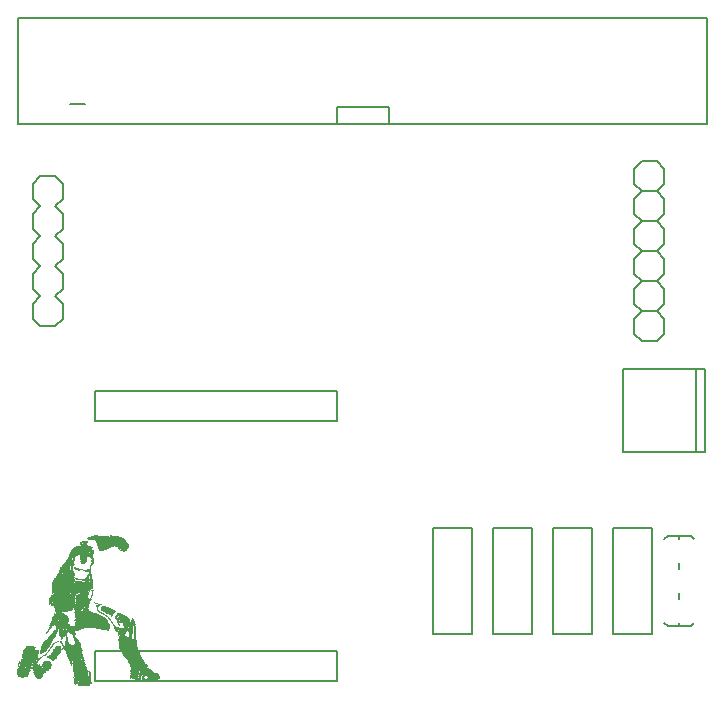
<source format=gto>
G75*
%MOIN*%
%OFA0B0*%
%FSLAX25Y25*%
%IPPOS*%
%LPD*%
%AMOC8*
5,1,8,0,0,1.08239X$1,22.5*
%
%ADD10R,0.01600X0.00100*%
%ADD11R,0.00800X0.00100*%
%ADD12R,0.02300X0.00100*%
%ADD13R,0.01100X0.00100*%
%ADD14R,0.02400X0.00100*%
%ADD15R,0.01300X0.00100*%
%ADD16R,0.02500X0.00100*%
%ADD17R,0.04000X0.00100*%
%ADD18R,0.00300X0.00100*%
%ADD19R,0.04200X0.00100*%
%ADD20R,0.05400X0.00100*%
%ADD21R,0.05500X0.00100*%
%ADD22R,0.05700X0.00100*%
%ADD23R,0.03500X0.00100*%
%ADD24R,0.01400X0.00100*%
%ADD25R,0.03100X0.00100*%
%ADD26R,0.00600X0.00100*%
%ADD27R,0.02800X0.00100*%
%ADD28R,0.01200X0.00100*%
%ADD29R,0.01000X0.00100*%
%ADD30R,0.02000X0.00100*%
%ADD31R,0.00700X0.00100*%
%ADD32R,0.01800X0.00100*%
%ADD33R,0.02700X0.00100*%
%ADD34R,0.03400X0.00100*%
%ADD35R,0.03000X0.00100*%
%ADD36R,0.00500X0.00100*%
%ADD37R,0.03200X0.00100*%
%ADD38R,0.00400X0.00100*%
%ADD39R,0.03700X0.00100*%
%ADD40R,0.00900X0.00100*%
%ADD41R,0.01500X0.00100*%
%ADD42R,0.00200X0.00100*%
%ADD43R,0.03900X0.00100*%
%ADD44R,0.00100X0.00100*%
%ADD45R,0.03800X0.00100*%
%ADD46R,0.01700X0.00100*%
%ADD47R,0.01900X0.00100*%
%ADD48R,0.04300X0.00100*%
%ADD49R,0.02100X0.00100*%
%ADD50R,0.04400X0.00100*%
%ADD51R,0.04100X0.00100*%
%ADD52R,0.02200X0.00100*%
%ADD53R,0.04500X0.00100*%
%ADD54R,0.02900X0.00100*%
%ADD55R,0.04600X0.00100*%
%ADD56R,0.02600X0.00100*%
%ADD57R,0.04700X0.00100*%
%ADD58R,0.03300X0.00100*%
%ADD59R,0.05200X0.00100*%
%ADD60R,0.03600X0.00100*%
%ADD61R,0.04800X0.00100*%
%ADD62R,0.05100X0.00100*%
%ADD63R,0.05000X0.00100*%
%ADD64R,0.04900X0.00100*%
%ADD65R,0.05300X0.00100*%
%ADD66R,0.05600X0.00100*%
%ADD67R,0.05800X0.00100*%
%ADD68R,0.06100X0.00100*%
%ADD69R,0.06000X0.00100*%
%ADD70R,0.05900X0.00100*%
%ADD71R,0.07200X0.00100*%
%ADD72R,0.08000X0.00100*%
%ADD73R,0.09100X0.00100*%
%ADD74R,0.10300X0.00100*%
%ADD75R,0.16600X0.00100*%
%ADD76R,0.11700X0.00100*%
%ADD77R,0.11600X0.00100*%
%ADD78R,0.11500X0.00100*%
%ADD79R,0.11400X0.00100*%
%ADD80R,0.11300X0.00100*%
%ADD81R,0.11200X0.00100*%
%ADD82R,0.11100X0.00100*%
%ADD83R,0.11000X0.00100*%
%ADD84R,0.10900X0.00100*%
%ADD85R,0.10800X0.00100*%
%ADD86R,0.10700X0.00100*%
%ADD87R,0.10600X0.00100*%
%ADD88R,0.10200X0.00100*%
%ADD89R,0.10100X0.00100*%
%ADD90R,0.10000X0.00100*%
%ADD91R,0.09800X0.00100*%
%ADD92R,0.09700X0.00100*%
%ADD93R,0.09500X0.00100*%
%ADD94R,0.09400X0.00100*%
%ADD95R,0.09200X0.00100*%
%ADD96R,0.09000X0.00100*%
%ADD97R,0.08800X0.00100*%
%ADD98R,0.08600X0.00100*%
%ADD99R,0.08400X0.00100*%
%ADD100R,0.08200X0.00100*%
%ADD101R,0.07700X0.00100*%
%ADD102R,0.07500X0.00100*%
%ADD103R,0.07300X0.00100*%
%ADD104R,0.06900X0.00100*%
%ADD105R,0.06800X0.00100*%
%ADD106R,0.06600X0.00100*%
%ADD107R,0.06300X0.00100*%
%ADD108R,0.06400X0.00100*%
%ADD109R,0.06700X0.00100*%
%ADD110R,0.07000X0.00100*%
%ADD111R,0.07100X0.00100*%
%ADD112R,0.07400X0.00100*%
%ADD113R,0.08700X0.00100*%
%ADD114R,0.09300X0.00100*%
%ADD115R,0.08500X0.00100*%
%ADD116R,0.08100X0.00100*%
%ADD117R,0.12600X0.00100*%
%ADD118R,0.12500X0.00100*%
%ADD119R,0.12400X0.00100*%
%ADD120R,0.06200X0.00100*%
%ADD121R,0.06500X0.00100*%
%ADD122R,0.09900X0.00100*%
%ADD123R,0.09600X0.00100*%
%ADD124R,0.07900X0.00100*%
%ADD125R,0.07800X0.00100*%
%ADD126R,0.08300X0.00100*%
%ADD127C,0.00800*%
D10*
X0008150Y0012700D03*
X0008150Y0012800D03*
X0008150Y0012900D03*
X0012950Y0014400D03*
X0012950Y0014500D03*
X0012950Y0014600D03*
X0020750Y0020100D03*
X0023850Y0020900D03*
X0022150Y0023700D03*
X0021750Y0025400D03*
X0019150Y0024200D03*
X0019050Y0024000D03*
X0018950Y0023900D03*
X0019450Y0029400D03*
X0025550Y0024600D03*
X0027150Y0025900D03*
X0027150Y0021500D03*
X0027150Y0021400D03*
X0025250Y0015700D03*
X0028050Y0008900D03*
X0026750Y0008500D03*
X0029850Y0007200D03*
X0030850Y0009200D03*
X0041950Y0023700D03*
X0040250Y0026400D03*
X0041050Y0029500D03*
X0043350Y0027300D03*
X0044750Y0026100D03*
X0044750Y0026000D03*
X0044750Y0025900D03*
X0044750Y0025500D03*
X0044750Y0025400D03*
X0045450Y0028000D03*
X0038250Y0031100D03*
X0036150Y0033400D03*
X0030050Y0032700D03*
X0030250Y0041800D03*
X0030250Y0041900D03*
X0030450Y0045500D03*
X0029150Y0048200D03*
X0029150Y0048300D03*
X0029150Y0048400D03*
X0024350Y0048900D03*
X0021350Y0044400D03*
X0029550Y0054700D03*
X0029650Y0054800D03*
X0042250Y0055800D03*
X0043350Y0053500D03*
X0042850Y0052400D03*
X0050350Y0012800D03*
X0048650Y0011500D03*
D11*
X0049250Y0010400D03*
X0049150Y0010300D03*
X0049050Y0010100D03*
X0049050Y0010000D03*
X0049050Y0009900D03*
X0049050Y0009800D03*
X0049050Y0009700D03*
X0048750Y0015200D03*
X0047450Y0017400D03*
X0046350Y0021800D03*
X0046150Y0022400D03*
X0045050Y0022400D03*
X0046150Y0025700D03*
X0046150Y0025800D03*
X0046150Y0025900D03*
X0046150Y0026000D03*
X0046150Y0026100D03*
X0046150Y0026200D03*
X0046150Y0026300D03*
X0046150Y0026400D03*
X0043750Y0027200D03*
X0041850Y0024100D03*
X0040150Y0030100D03*
X0038450Y0030800D03*
X0035950Y0033600D03*
X0031150Y0035700D03*
X0031150Y0035800D03*
X0030350Y0033500D03*
X0022950Y0025900D03*
X0020450Y0026100D03*
X0020350Y0026000D03*
X0018250Y0026900D03*
X0019450Y0030300D03*
X0018050Y0034800D03*
X0019150Y0038500D03*
X0025750Y0043400D03*
X0025350Y0045400D03*
X0025350Y0045500D03*
X0025350Y0045600D03*
X0025250Y0046800D03*
X0025250Y0046900D03*
X0025350Y0047000D03*
X0025350Y0047100D03*
X0026450Y0046400D03*
X0026250Y0050500D03*
X0030350Y0053800D03*
X0031350Y0053500D03*
X0031950Y0051500D03*
X0031750Y0050000D03*
X0032350Y0049400D03*
X0032350Y0049300D03*
X0032350Y0049200D03*
X0032150Y0048000D03*
X0031250Y0044500D03*
X0031250Y0044400D03*
X0031650Y0043400D03*
X0031650Y0043300D03*
X0031650Y0043200D03*
X0031750Y0043000D03*
X0031750Y0042900D03*
X0031750Y0042800D03*
X0031750Y0042700D03*
X0030550Y0043500D03*
X0042450Y0052000D03*
X0026950Y0025500D03*
X0026250Y0023200D03*
X0026350Y0023000D03*
X0023550Y0022400D03*
X0023550Y0022300D03*
X0021850Y0023400D03*
X0018950Y0015700D03*
X0014150Y0016000D03*
X0013950Y0018600D03*
X0013950Y0018700D03*
X0009550Y0018600D03*
X0008350Y0013800D03*
X0008350Y0013700D03*
X0008350Y0013600D03*
X0024950Y0015300D03*
X0024950Y0015400D03*
X0031250Y0010400D03*
X0031250Y0010300D03*
X0031250Y0010200D03*
X0031250Y0010100D03*
X0027950Y0007300D03*
X0026450Y0009000D03*
D12*
X0028200Y0009100D03*
X0030500Y0008900D03*
X0029900Y0007300D03*
X0027100Y0020800D03*
X0025200Y0024900D03*
X0025100Y0025200D03*
X0025100Y0025300D03*
X0025100Y0025400D03*
X0025100Y0025500D03*
X0019500Y0028700D03*
X0019500Y0028800D03*
X0021100Y0031300D03*
X0022000Y0036600D03*
X0019900Y0038800D03*
X0019400Y0036600D03*
X0025800Y0037300D03*
X0027100Y0041900D03*
X0023700Y0047800D03*
X0023800Y0047900D03*
X0029300Y0050300D03*
X0042700Y0052700D03*
X0041700Y0056000D03*
X0036300Y0033200D03*
X0029800Y0032000D03*
X0027200Y0032400D03*
X0017800Y0022400D03*
X0017700Y0022300D03*
X0016300Y0019900D03*
X0016200Y0019700D03*
X0016100Y0019600D03*
X0016100Y0019500D03*
X0020500Y0019400D03*
X0020500Y0019300D03*
X0016900Y0014900D03*
X0014300Y0010200D03*
X0010400Y0012300D03*
X0010300Y0012500D03*
X0042100Y0023200D03*
X0043200Y0027800D03*
X0043200Y0027900D03*
X0046400Y0018700D03*
X0046400Y0011300D03*
X0046400Y0011200D03*
D13*
X0048200Y0010800D03*
X0048300Y0011000D03*
X0046800Y0009400D03*
X0051200Y0011600D03*
X0044900Y0022600D03*
X0044900Y0024600D03*
X0044900Y0024700D03*
X0044900Y0024800D03*
X0043300Y0026500D03*
X0041700Y0028300D03*
X0040700Y0029100D03*
X0041000Y0031100D03*
X0040200Y0025900D03*
X0040200Y0025800D03*
X0033900Y0033800D03*
X0030200Y0033200D03*
X0021900Y0026200D03*
X0021800Y0026100D03*
X0020600Y0026300D03*
X0020600Y0026400D03*
X0020000Y0025400D03*
X0019900Y0025300D03*
X0018400Y0027200D03*
X0019400Y0029900D03*
X0019400Y0030000D03*
X0023200Y0025400D03*
X0025800Y0024400D03*
X0027000Y0025600D03*
X0026600Y0022600D03*
X0026600Y0022500D03*
X0023700Y0021600D03*
X0020800Y0020300D03*
X0015200Y0018300D03*
X0025100Y0015500D03*
X0031100Y0009600D03*
X0027900Y0007400D03*
X0026500Y0008800D03*
X0028700Y0042500D03*
X0028000Y0042600D03*
X0030400Y0042900D03*
X0030400Y0043000D03*
X0031200Y0044200D03*
X0025700Y0044100D03*
X0025700Y0044000D03*
X0025700Y0043900D03*
X0025600Y0044400D03*
X0025600Y0044500D03*
X0025500Y0047500D03*
X0026400Y0050600D03*
X0031800Y0051700D03*
X0035000Y0052300D03*
X0042900Y0052200D03*
D14*
X0042650Y0052800D03*
X0039250Y0056900D03*
X0028450Y0053700D03*
X0023650Y0047700D03*
X0021050Y0031800D03*
X0021150Y0031200D03*
X0025050Y0025700D03*
X0025050Y0025600D03*
X0022250Y0024000D03*
X0017650Y0022200D03*
X0017550Y0022100D03*
X0016550Y0020400D03*
X0016450Y0020200D03*
X0016350Y0020100D03*
X0016350Y0020000D03*
X0016250Y0019800D03*
X0020450Y0019200D03*
X0027050Y0020700D03*
X0027350Y0015500D03*
X0029950Y0007400D03*
X0042350Y0019500D03*
X0046250Y0018800D03*
X0045850Y0014200D03*
X0048650Y0014400D03*
X0050250Y0012600D03*
X0046450Y0011400D03*
X0041950Y0024500D03*
X0041950Y0024600D03*
X0043150Y0029300D03*
X0042150Y0030300D03*
X0038050Y0031400D03*
X0016850Y0013100D03*
X0016850Y0013000D03*
X0014350Y0010300D03*
X0010350Y0012400D03*
X0010750Y0013800D03*
X0010750Y0013900D03*
X0010750Y0014000D03*
X0010750Y0014100D03*
X0008350Y0011900D03*
D15*
X0013200Y0015100D03*
X0015300Y0018400D03*
X0011300Y0020300D03*
X0009800Y0018700D03*
X0020800Y0020200D03*
X0023700Y0021300D03*
X0023700Y0021400D03*
X0025700Y0024500D03*
X0027100Y0025700D03*
X0026800Y0022200D03*
X0027700Y0015800D03*
X0031000Y0009400D03*
X0027900Y0007500D03*
X0026600Y0008700D03*
X0019500Y0024700D03*
X0019600Y0024800D03*
X0020500Y0026900D03*
X0020500Y0027000D03*
X0018600Y0027400D03*
X0018500Y0027300D03*
X0019400Y0029700D03*
X0018200Y0035100D03*
X0018200Y0035200D03*
X0018200Y0035300D03*
X0018200Y0035400D03*
X0018200Y0035500D03*
X0019200Y0037300D03*
X0021400Y0044500D03*
X0024700Y0049800D03*
X0024800Y0050000D03*
X0024800Y0050100D03*
X0024900Y0050300D03*
X0024900Y0050400D03*
X0025000Y0050600D03*
X0025000Y0050700D03*
X0025100Y0050800D03*
X0025100Y0050900D03*
X0025200Y0051100D03*
X0025200Y0051200D03*
X0025300Y0051300D03*
X0025300Y0051400D03*
X0025400Y0051500D03*
X0025400Y0051600D03*
X0025500Y0051700D03*
X0028800Y0053800D03*
X0031400Y0050300D03*
X0031700Y0051800D03*
X0033400Y0057100D03*
X0041300Y0053400D03*
X0042400Y0055700D03*
X0031000Y0045800D03*
X0031200Y0044100D03*
X0031200Y0044000D03*
X0030400Y0042300D03*
X0030300Y0038300D03*
X0030100Y0033000D03*
X0036100Y0033500D03*
X0038300Y0031000D03*
X0040700Y0029200D03*
X0040200Y0026500D03*
X0043400Y0026900D03*
X0044800Y0025100D03*
X0044800Y0022700D03*
X0047300Y0017700D03*
X0048700Y0015000D03*
X0048400Y0011100D03*
D16*
X0046200Y0010900D03*
X0045800Y0014300D03*
X0046200Y0018900D03*
X0042500Y0019400D03*
X0042200Y0023100D03*
X0036400Y0026000D03*
X0041300Y0030700D03*
X0027300Y0032500D03*
X0025000Y0025900D03*
X0025000Y0025800D03*
X0022300Y0024100D03*
X0019500Y0028500D03*
X0019500Y0028600D03*
X0019400Y0036500D03*
X0023600Y0044400D03*
X0023500Y0047400D03*
X0023600Y0047600D03*
X0030800Y0052300D03*
X0035500Y0052700D03*
X0041400Y0056100D03*
X0020400Y0019100D03*
X0020400Y0019000D03*
X0018800Y0016400D03*
X0016900Y0014800D03*
X0014300Y0010400D03*
X0010700Y0014200D03*
X0008900Y0010200D03*
X0011400Y0020100D03*
X0016500Y0020300D03*
X0016600Y0020500D03*
X0016700Y0020700D03*
X0030400Y0008800D03*
X0030000Y0007500D03*
X0051300Y0011500D03*
D17*
X0051450Y0011200D03*
X0051350Y0009100D03*
X0046950Y0012800D03*
X0046050Y0015200D03*
X0029250Y0007600D03*
X0028450Y0009800D03*
X0027650Y0013900D03*
X0011150Y0015800D03*
X0010450Y0015300D03*
X0028350Y0034300D03*
X0028450Y0034400D03*
X0028550Y0035500D03*
X0028550Y0035600D03*
X0028550Y0035700D03*
X0028550Y0035800D03*
X0028550Y0035900D03*
X0024350Y0036300D03*
X0022850Y0044900D03*
X0029950Y0050800D03*
X0036050Y0053200D03*
D18*
X0032200Y0051000D03*
X0031900Y0047700D03*
X0031800Y0047500D03*
X0031800Y0047400D03*
X0031800Y0047300D03*
X0031700Y0046900D03*
X0031700Y0046800D03*
X0031600Y0046300D03*
X0031500Y0046100D03*
X0025900Y0048000D03*
X0025900Y0048100D03*
X0025900Y0048800D03*
X0025500Y0048700D03*
X0024000Y0049300D03*
X0019000Y0038000D03*
X0019000Y0037900D03*
X0021300Y0036400D03*
X0018700Y0035000D03*
X0018700Y0034900D03*
X0018700Y0034800D03*
X0018700Y0034700D03*
X0018700Y0034600D03*
X0018600Y0033900D03*
X0018600Y0033800D03*
X0019600Y0031000D03*
X0017900Y0026200D03*
X0017900Y0026100D03*
X0017800Y0026000D03*
X0017700Y0025900D03*
X0017700Y0025800D03*
X0017600Y0025700D03*
X0020000Y0021600D03*
X0020200Y0021700D03*
X0021900Y0021600D03*
X0021900Y0022700D03*
X0023500Y0023300D03*
X0023500Y0023400D03*
X0023500Y0023500D03*
X0025700Y0024200D03*
X0025800Y0024000D03*
X0026200Y0024100D03*
X0022800Y0026100D03*
X0030700Y0034100D03*
X0030800Y0034200D03*
X0030900Y0034300D03*
X0031600Y0036100D03*
X0031700Y0036200D03*
X0033700Y0034600D03*
X0034000Y0034500D03*
X0034300Y0034400D03*
X0034600Y0034300D03*
X0034800Y0034200D03*
X0034700Y0034000D03*
X0034500Y0033900D03*
X0034000Y0033500D03*
X0034000Y0033400D03*
X0034500Y0031900D03*
X0034600Y0031800D03*
X0034700Y0031700D03*
X0034900Y0031600D03*
X0035200Y0031400D03*
X0035400Y0031300D03*
X0035600Y0031200D03*
X0035800Y0031100D03*
X0036000Y0031000D03*
X0036200Y0030900D03*
X0036400Y0030800D03*
X0036900Y0030500D03*
X0037300Y0030200D03*
X0037400Y0030100D03*
X0037500Y0030000D03*
X0037600Y0029900D03*
X0039800Y0026800D03*
X0041100Y0024100D03*
X0042800Y0024000D03*
X0042900Y0023900D03*
X0043000Y0023800D03*
X0043300Y0023600D03*
X0043500Y0023400D03*
X0045900Y0022100D03*
X0045600Y0029500D03*
X0032200Y0038800D03*
X0032100Y0039000D03*
X0031700Y0039400D03*
X0041400Y0052500D03*
X0041300Y0052600D03*
X0041200Y0052700D03*
X0041100Y0052800D03*
X0040800Y0053000D03*
X0041700Y0052300D03*
X0016600Y0017500D03*
X0016100Y0017200D03*
X0015900Y0017100D03*
X0013800Y0015400D03*
X0013800Y0015300D03*
X0013700Y0015200D03*
X0008700Y0015900D03*
X0018800Y0015500D03*
X0025200Y0014400D03*
X0025200Y0014300D03*
X0025200Y0014200D03*
X0029100Y0015600D03*
X0029200Y0015400D03*
X0029300Y0015200D03*
X0026200Y0009600D03*
X0026500Y0007700D03*
X0045000Y0009800D03*
X0045000Y0009900D03*
X0044900Y0011400D03*
D19*
X0050150Y0011900D03*
X0052350Y0010400D03*
X0044550Y0017500D03*
X0044850Y0020100D03*
X0035850Y0026300D03*
X0037550Y0032100D03*
X0028650Y0034700D03*
X0028550Y0034600D03*
X0028650Y0035200D03*
X0028550Y0036800D03*
X0028550Y0036900D03*
X0022250Y0037200D03*
X0022250Y0037300D03*
X0036150Y0053300D03*
X0035750Y0054500D03*
X0011150Y0015900D03*
X0010550Y0015400D03*
X0027750Y0013600D03*
X0029250Y0007700D03*
D20*
X0028750Y0007800D03*
X0026150Y0017700D03*
X0026050Y0018000D03*
X0026050Y0018100D03*
X0025950Y0018300D03*
X0025650Y0020400D03*
X0025650Y0020500D03*
X0014950Y0012600D03*
X0011350Y0017500D03*
X0011450Y0017800D03*
X0022450Y0032400D03*
X0028850Y0031800D03*
X0021950Y0037900D03*
X0022450Y0043200D03*
X0028850Y0051300D03*
X0028650Y0053100D03*
X0045650Y0016800D03*
X0051650Y0010600D03*
D21*
X0045600Y0016900D03*
X0028800Y0007900D03*
X0026000Y0018200D03*
X0025900Y0018400D03*
X0025900Y0018500D03*
X0025900Y0018600D03*
X0025600Y0020200D03*
X0025600Y0020300D03*
X0015000Y0012700D03*
X0028900Y0051200D03*
D22*
X0028900Y0051100D03*
X0022400Y0042900D03*
X0029000Y0031700D03*
X0025700Y0019400D03*
X0025700Y0019300D03*
X0025700Y0019200D03*
X0025800Y0018900D03*
X0028800Y0008400D03*
X0028800Y0008300D03*
X0028800Y0008200D03*
X0028800Y0008100D03*
X0028800Y0008000D03*
X0044000Y0020500D03*
X0047600Y0013800D03*
X0047700Y0013600D03*
X0047700Y0013500D03*
X0041400Y0053800D03*
X0041400Y0053900D03*
X0041300Y0054000D03*
X0041300Y0054100D03*
X0041200Y0054300D03*
D23*
X0028500Y0053600D03*
X0022900Y0045900D03*
X0022900Y0045800D03*
X0022300Y0036900D03*
X0021800Y0030500D03*
X0022500Y0029000D03*
X0023100Y0027000D03*
X0029000Y0037300D03*
X0036700Y0032700D03*
X0042200Y0029800D03*
X0042800Y0028600D03*
X0042600Y0022400D03*
X0045300Y0019700D03*
X0043500Y0018400D03*
X0050000Y0012300D03*
X0052300Y0009500D03*
X0052200Y0009400D03*
X0029900Y0008500D03*
X0028400Y0009500D03*
X0027400Y0014600D03*
X0027400Y0014700D03*
X0014400Y0011500D03*
X0010300Y0014700D03*
X0010300Y0014800D03*
X0008900Y0011700D03*
X0011200Y0019200D03*
D24*
X0013150Y0015000D03*
X0013050Y0014900D03*
X0016850Y0015200D03*
X0009850Y0012700D03*
X0008150Y0013100D03*
X0008150Y0013200D03*
X0008150Y0013300D03*
X0008150Y0013400D03*
X0008150Y0013500D03*
X0019350Y0024500D03*
X0019450Y0024600D03*
X0021650Y0025900D03*
X0021650Y0026000D03*
X0020450Y0027100D03*
X0020450Y0027200D03*
X0018650Y0027500D03*
X0019450Y0029600D03*
X0021650Y0036500D03*
X0030050Y0032900D03*
X0030350Y0042100D03*
X0030350Y0042200D03*
X0026850Y0046100D03*
X0024450Y0049100D03*
X0024550Y0049200D03*
X0024650Y0049500D03*
X0024650Y0049600D03*
X0024650Y0049700D03*
X0024750Y0049900D03*
X0024850Y0050200D03*
X0024950Y0050500D03*
X0025150Y0051000D03*
X0026650Y0050700D03*
X0029150Y0049500D03*
X0029350Y0054300D03*
X0029450Y0054400D03*
X0029450Y0054500D03*
X0029750Y0054900D03*
X0029850Y0055000D03*
X0035150Y0052400D03*
X0042550Y0052100D03*
X0045450Y0028400D03*
X0045450Y0028300D03*
X0044950Y0026900D03*
X0044950Y0026800D03*
X0044850Y0026600D03*
X0044850Y0026500D03*
X0044750Y0025300D03*
X0044750Y0025200D03*
X0043150Y0026400D03*
X0041950Y0023800D03*
X0044750Y0022800D03*
X0047150Y0017800D03*
X0048550Y0011300D03*
X0048450Y0011200D03*
X0030950Y0009300D03*
X0026650Y0008600D03*
X0025150Y0015600D03*
X0023750Y0021100D03*
X0023750Y0021200D03*
X0026850Y0022000D03*
X0026850Y0022100D03*
X0026950Y0021900D03*
D25*
X0022800Y0027500D03*
X0022800Y0027600D03*
X0019500Y0027600D03*
X0019500Y0027700D03*
X0019500Y0027800D03*
X0024800Y0036400D03*
X0029300Y0037700D03*
X0023100Y0046500D03*
X0030400Y0052400D03*
X0040000Y0056700D03*
X0042400Y0022700D03*
X0043000Y0018900D03*
X0045700Y0019400D03*
X0045900Y0014700D03*
X0046500Y0012500D03*
X0048600Y0014100D03*
X0051300Y0011400D03*
X0030100Y0008600D03*
X0027200Y0015200D03*
X0018700Y0016700D03*
X0016800Y0014300D03*
X0016800Y0014200D03*
X0016800Y0014100D03*
X0016800Y0014000D03*
X0016800Y0013900D03*
X0016800Y0013800D03*
X0013700Y0013100D03*
X0008900Y0010400D03*
D26*
X0009350Y0013200D03*
X0009050Y0014200D03*
X0008350Y0014200D03*
X0008350Y0014100D03*
X0008350Y0014000D03*
X0008050Y0014800D03*
X0008050Y0014900D03*
X0008750Y0015700D03*
X0013050Y0015300D03*
X0014050Y0015800D03*
X0013950Y0018400D03*
X0012950Y0018900D03*
X0018850Y0015600D03*
X0014350Y0009500D03*
X0025050Y0014900D03*
X0025050Y0015000D03*
X0024950Y0015200D03*
X0027950Y0016000D03*
X0028750Y0016300D03*
X0028850Y0016200D03*
X0031250Y0011100D03*
X0027850Y0008700D03*
X0026350Y0009200D03*
X0026350Y0009300D03*
X0023550Y0022600D03*
X0023550Y0022700D03*
X0023550Y0022800D03*
X0023550Y0022900D03*
X0021850Y0023200D03*
X0022850Y0026000D03*
X0025950Y0023700D03*
X0026050Y0023600D03*
X0026050Y0023500D03*
X0018150Y0026600D03*
X0019550Y0030600D03*
X0019550Y0030700D03*
X0019050Y0038300D03*
X0021550Y0044700D03*
X0025250Y0046000D03*
X0025250Y0046100D03*
X0025250Y0046200D03*
X0025250Y0046300D03*
X0025250Y0046400D03*
X0025250Y0046500D03*
X0026350Y0046500D03*
X0024950Y0049300D03*
X0025950Y0049900D03*
X0025950Y0050000D03*
X0026050Y0050300D03*
X0026150Y0050400D03*
X0028250Y0054300D03*
X0028550Y0055000D03*
X0030750Y0053700D03*
X0031650Y0053300D03*
X0031750Y0053100D03*
X0032050Y0051300D03*
X0031950Y0049800D03*
X0032150Y0049600D03*
X0031350Y0046000D03*
X0031350Y0044700D03*
X0030650Y0043800D03*
X0031150Y0035600D03*
X0030450Y0033700D03*
X0033950Y0033600D03*
X0038450Y0030700D03*
X0040050Y0029900D03*
X0040050Y0025700D03*
X0041150Y0024300D03*
X0045150Y0022200D03*
X0046450Y0021900D03*
X0046150Y0026800D03*
X0046150Y0026900D03*
X0046150Y0027000D03*
X0050550Y0013000D03*
D27*
X0050150Y0012500D03*
X0048650Y0014200D03*
X0046250Y0011600D03*
X0046050Y0010600D03*
X0045950Y0019100D03*
X0045850Y0019200D03*
X0042250Y0022900D03*
X0041950Y0024900D03*
X0041950Y0025000D03*
X0042050Y0025300D03*
X0043050Y0029100D03*
X0042250Y0030100D03*
X0041350Y0030600D03*
X0036450Y0033000D03*
X0029650Y0041300D03*
X0027450Y0041700D03*
X0030250Y0045700D03*
X0023450Y0044700D03*
X0023250Y0046900D03*
X0023350Y0047000D03*
X0023350Y0047100D03*
X0019350Y0036400D03*
X0021350Y0031000D03*
X0022550Y0028000D03*
X0022350Y0025300D03*
X0020250Y0018600D03*
X0020150Y0018500D03*
X0020150Y0018400D03*
X0020050Y0018300D03*
X0019950Y0018100D03*
X0019650Y0017700D03*
X0016850Y0014600D03*
X0013450Y0013700D03*
X0013450Y0013600D03*
X0014350Y0010700D03*
X0010750Y0019000D03*
X0027250Y0015400D03*
X0030250Y0008700D03*
X0041150Y0056200D03*
X0039650Y0056800D03*
D28*
X0041450Y0053300D03*
X0041550Y0053200D03*
X0041650Y0053100D03*
X0042850Y0052300D03*
X0031550Y0050200D03*
X0030350Y0045400D03*
X0030350Y0042800D03*
X0030350Y0042700D03*
X0030450Y0042500D03*
X0030450Y0042400D03*
X0027350Y0045800D03*
X0026650Y0046200D03*
X0019350Y0038700D03*
X0019450Y0029800D03*
X0020550Y0026800D03*
X0020550Y0026700D03*
X0020550Y0026600D03*
X0020550Y0026500D03*
X0019850Y0025200D03*
X0019750Y0025100D03*
X0019750Y0025000D03*
X0019650Y0024900D03*
X0023650Y0021500D03*
X0026650Y0022400D03*
X0026750Y0022300D03*
X0018950Y0015900D03*
X0012650Y0018800D03*
X0014350Y0009600D03*
X0027950Y0008800D03*
X0031050Y0009500D03*
X0041650Y0020100D03*
X0041850Y0023900D03*
X0043350Y0026600D03*
X0043350Y0026700D03*
X0043350Y0026800D03*
X0043450Y0027000D03*
X0044850Y0025000D03*
X0044850Y0024900D03*
X0045450Y0028500D03*
X0045450Y0028600D03*
X0045450Y0028700D03*
X0047350Y0017600D03*
X0048250Y0010900D03*
X0049350Y0009200D03*
X0052550Y0009000D03*
X0030150Y0033100D03*
X0029750Y0055400D03*
D29*
X0009050Y0010000D03*
X0009650Y0012800D03*
X0018950Y0015800D03*
X0023650Y0021700D03*
X0023650Y0021800D03*
X0023650Y0021900D03*
X0021850Y0023600D03*
X0023150Y0025500D03*
X0023150Y0025600D03*
X0023050Y0025700D03*
X0020150Y0025600D03*
X0020050Y0025500D03*
X0018350Y0027100D03*
X0019450Y0030100D03*
X0026450Y0022800D03*
X0026550Y0022700D03*
X0030250Y0033300D03*
X0033850Y0033700D03*
X0038350Y0030900D03*
X0040350Y0030400D03*
X0040450Y0030500D03*
X0040050Y0026600D03*
X0041850Y0024000D03*
X0042650Y0024400D03*
X0044950Y0024400D03*
X0044950Y0024500D03*
X0044950Y0024300D03*
X0044950Y0024200D03*
X0044950Y0024100D03*
X0044950Y0024000D03*
X0044950Y0023900D03*
X0044950Y0023500D03*
X0044950Y0023400D03*
X0044950Y0023300D03*
X0044950Y0023200D03*
X0044950Y0023100D03*
X0044950Y0023000D03*
X0044950Y0022500D03*
X0046250Y0022600D03*
X0046250Y0021700D03*
X0047450Y0017500D03*
X0048750Y0015100D03*
X0050450Y0012900D03*
X0048150Y0010700D03*
X0048150Y0010600D03*
X0048050Y0010400D03*
X0048050Y0010300D03*
X0047950Y0009700D03*
X0047950Y0009600D03*
X0047950Y0009500D03*
X0047950Y0009400D03*
X0049150Y0009400D03*
X0049150Y0009500D03*
X0049250Y0009300D03*
X0031150Y0009700D03*
X0031150Y0009800D03*
X0026450Y0008900D03*
X0045450Y0028800D03*
X0045450Y0028900D03*
X0032050Y0039700D03*
X0032050Y0039800D03*
X0031950Y0040000D03*
X0031950Y0040100D03*
X0031950Y0040200D03*
X0031950Y0040300D03*
X0031950Y0040400D03*
X0031950Y0040500D03*
X0031950Y0040600D03*
X0031950Y0040700D03*
X0031950Y0040800D03*
X0031950Y0040900D03*
X0031950Y0041000D03*
X0031950Y0041100D03*
X0031950Y0041200D03*
X0031850Y0041600D03*
X0031850Y0041700D03*
X0031850Y0041800D03*
X0031850Y0041900D03*
X0031850Y0042000D03*
X0031850Y0042100D03*
X0030450Y0043100D03*
X0030450Y0043200D03*
X0031250Y0044300D03*
X0027250Y0042700D03*
X0025750Y0043800D03*
X0025650Y0044200D03*
X0025650Y0044300D03*
X0025550Y0044600D03*
X0025550Y0044700D03*
X0025550Y0044800D03*
X0025450Y0045000D03*
X0025450Y0045100D03*
X0026550Y0046300D03*
X0025450Y0047300D03*
X0025450Y0047400D03*
X0025550Y0047600D03*
X0025550Y0047700D03*
X0029050Y0049600D03*
X0029850Y0049900D03*
X0031650Y0050100D03*
X0032350Y0048800D03*
X0032350Y0048700D03*
X0032350Y0048600D03*
X0032350Y0048500D03*
X0029350Y0047800D03*
X0021450Y0044600D03*
D30*
X0023950Y0048200D03*
X0024050Y0048300D03*
X0030550Y0045600D03*
X0029950Y0038100D03*
X0025950Y0038000D03*
X0025850Y0037900D03*
X0025850Y0037800D03*
X0025750Y0037700D03*
X0025750Y0037600D03*
X0025750Y0037500D03*
X0025250Y0036700D03*
X0029850Y0032300D03*
X0022150Y0023800D03*
X0023950Y0020600D03*
X0020650Y0019700D03*
X0018150Y0022800D03*
X0018250Y0022900D03*
X0018250Y0023000D03*
X0018350Y0023100D03*
X0015750Y0018900D03*
X0015750Y0018800D03*
X0015650Y0018700D03*
X0011350Y0020200D03*
X0010850Y0013200D03*
X0010450Y0012100D03*
X0025350Y0015800D03*
X0027450Y0015600D03*
X0027150Y0021000D03*
X0019450Y0029000D03*
X0020950Y0031500D03*
X0020850Y0031700D03*
X0043250Y0029500D03*
X0043250Y0027500D03*
X0045350Y0027300D03*
X0042050Y0023400D03*
X0042150Y0019700D03*
X0046650Y0018400D03*
X0048650Y0014600D03*
X0046350Y0010000D03*
X0046350Y0009900D03*
X0046350Y0009800D03*
X0046350Y0009700D03*
X0046350Y0009600D03*
X0030650Y0009000D03*
X0028150Y0009000D03*
X0042750Y0052600D03*
X0029550Y0055200D03*
D31*
X0031100Y0053600D03*
X0031500Y0053400D03*
X0031800Y0053200D03*
X0032000Y0051400D03*
X0031800Y0049900D03*
X0032300Y0049500D03*
X0032100Y0047900D03*
X0031300Y0044600D03*
X0031500Y0043900D03*
X0031500Y0043800D03*
X0031600Y0043700D03*
X0031600Y0043600D03*
X0031600Y0043500D03*
X0030600Y0043600D03*
X0030600Y0043700D03*
X0026900Y0042800D03*
X0025700Y0043200D03*
X0025700Y0043300D03*
X0025300Y0045700D03*
X0025300Y0045800D03*
X0025300Y0045900D03*
X0025200Y0046600D03*
X0025200Y0046700D03*
X0019100Y0038400D03*
X0018000Y0034700D03*
X0018000Y0034600D03*
X0019500Y0030500D03*
X0019500Y0030400D03*
X0018200Y0026800D03*
X0018200Y0026700D03*
X0021900Y0023300D03*
X0023600Y0022500D03*
X0026100Y0023400D03*
X0026200Y0023300D03*
X0020800Y0020400D03*
X0015000Y0018100D03*
X0014000Y0018500D03*
X0013800Y0018900D03*
X0014100Y0015900D03*
X0013000Y0015200D03*
X0009500Y0012900D03*
X0008400Y0013900D03*
X0008100Y0014700D03*
X0025000Y0015100D03*
X0031300Y0011000D03*
X0031300Y0010900D03*
X0031300Y0010800D03*
X0031300Y0010700D03*
X0031300Y0010600D03*
X0031300Y0010500D03*
X0026400Y0009100D03*
X0041200Y0024400D03*
X0042700Y0024300D03*
X0045100Y0022300D03*
X0046100Y0022300D03*
X0046200Y0026500D03*
X0046200Y0026600D03*
X0046200Y0026700D03*
X0045500Y0029200D03*
X0045500Y0029300D03*
X0041600Y0028200D03*
X0040600Y0028900D03*
X0040100Y0030000D03*
X0041000Y0031200D03*
X0030400Y0033600D03*
X0034900Y0052200D03*
X0048800Y0015300D03*
X0049100Y0010200D03*
X0045000Y0010200D03*
D32*
X0046450Y0009500D03*
X0048650Y0014700D03*
X0046850Y0018200D03*
X0046750Y0018300D03*
X0042050Y0019800D03*
X0043250Y0027400D03*
X0043550Y0028300D03*
X0043650Y0028400D03*
X0045450Y0027700D03*
X0042050Y0030500D03*
X0041150Y0030900D03*
X0029950Y0032500D03*
X0025350Y0036900D03*
X0025350Y0037000D03*
X0019250Y0037000D03*
X0024150Y0048500D03*
X0024150Y0048600D03*
X0024250Y0048700D03*
X0026850Y0050800D03*
X0025950Y0052100D03*
X0029650Y0053900D03*
X0029650Y0055300D03*
X0035250Y0052500D03*
X0029150Y0049000D03*
X0029150Y0048900D03*
X0029150Y0048800D03*
X0029150Y0048700D03*
X0042750Y0052500D03*
X0043250Y0053300D03*
X0025450Y0024700D03*
X0027150Y0021200D03*
X0020650Y0019900D03*
X0018550Y0023400D03*
X0018650Y0023500D03*
X0018750Y0023600D03*
X0016850Y0015100D03*
X0012950Y0014200D03*
X0012950Y0014100D03*
X0010950Y0013000D03*
X0008150Y0012200D03*
X0030750Y0009100D03*
D33*
X0028300Y0009200D03*
X0018800Y0016500D03*
X0016900Y0014700D03*
X0016800Y0013300D03*
X0013400Y0013800D03*
X0013400Y0013900D03*
X0014300Y0010600D03*
X0020300Y0018700D03*
X0020300Y0018800D03*
X0017100Y0021500D03*
X0017200Y0021700D03*
X0017300Y0021900D03*
X0017400Y0022000D03*
X0017000Y0021300D03*
X0022400Y0024400D03*
X0022400Y0024500D03*
X0024900Y0026100D03*
X0022500Y0028100D03*
X0019500Y0028200D03*
X0019500Y0028300D03*
X0019500Y0028400D03*
X0027400Y0032700D03*
X0029900Y0031900D03*
X0038000Y0031500D03*
X0043100Y0029200D03*
X0042300Y0025900D03*
X0042300Y0025800D03*
X0042300Y0025700D03*
X0042200Y0025500D03*
X0042200Y0023000D03*
X0042700Y0019200D03*
X0046100Y0010700D03*
X0046000Y0010500D03*
X0046000Y0010400D03*
X0046000Y0010300D03*
X0023500Y0044600D03*
X0023400Y0047200D03*
X0026600Y0052400D03*
X0035600Y0052800D03*
X0042600Y0053000D03*
D34*
X0035850Y0053000D03*
X0022950Y0046000D03*
X0023150Y0044800D03*
X0029050Y0037400D03*
X0027650Y0033300D03*
X0027650Y0033200D03*
X0022550Y0028900D03*
X0022550Y0028800D03*
X0022950Y0027200D03*
X0023050Y0027100D03*
X0021750Y0030600D03*
X0011350Y0019500D03*
X0011250Y0019300D03*
X0010350Y0014600D03*
X0008950Y0010700D03*
X0014350Y0011300D03*
X0014350Y0011400D03*
X0027350Y0014800D03*
X0043350Y0018600D03*
X0043450Y0018500D03*
X0045450Y0019600D03*
X0045950Y0014900D03*
X0046650Y0012600D03*
X0051850Y0009200D03*
X0052050Y0009300D03*
X0042850Y0028700D03*
X0042250Y0029900D03*
X0037950Y0031700D03*
D35*
X0037950Y0031600D03*
X0036550Y0032900D03*
X0042250Y0030000D03*
X0042950Y0029000D03*
X0036250Y0026100D03*
X0027450Y0032900D03*
X0026450Y0038100D03*
X0022250Y0036700D03*
X0020250Y0038900D03*
X0019350Y0036300D03*
X0021550Y0030800D03*
X0022550Y0028400D03*
X0022650Y0027800D03*
X0022750Y0027700D03*
X0019250Y0017200D03*
X0019150Y0017100D03*
X0019050Y0017000D03*
X0018950Y0016900D03*
X0016850Y0014400D03*
X0016750Y0013700D03*
X0013650Y0013200D03*
X0013550Y0013400D03*
X0014350Y0011000D03*
X0014350Y0010900D03*
X0008650Y0011800D03*
X0011450Y0019900D03*
X0027150Y0015300D03*
X0028350Y0009300D03*
X0045750Y0019300D03*
X0046450Y0012400D03*
X0046450Y0012300D03*
X0046350Y0012100D03*
X0046350Y0012000D03*
X0023150Y0046600D03*
X0023150Y0046700D03*
X0035750Y0052900D03*
X0040250Y0056600D03*
X0040450Y0056500D03*
X0040650Y0056400D03*
D36*
X0038900Y0053700D03*
X0032100Y0051200D03*
X0032000Y0049700D03*
X0030100Y0049800D03*
X0026000Y0050100D03*
X0026000Y0050200D03*
X0025900Y0049800D03*
X0025900Y0049700D03*
X0025900Y0049600D03*
X0025900Y0049500D03*
X0025900Y0049400D03*
X0025900Y0049300D03*
X0025900Y0049200D03*
X0025900Y0049100D03*
X0025000Y0049400D03*
X0025400Y0048100D03*
X0025400Y0048000D03*
X0027700Y0045600D03*
X0028500Y0045800D03*
X0030700Y0043900D03*
X0029200Y0042300D03*
X0026100Y0042000D03*
X0026000Y0042200D03*
X0025900Y0042400D03*
X0025800Y0042600D03*
X0025700Y0042800D03*
X0025700Y0042900D03*
X0025700Y0043000D03*
X0025700Y0043100D03*
X0031100Y0038800D03*
X0031800Y0039500D03*
X0031100Y0035500D03*
X0030600Y0033900D03*
X0030500Y0033800D03*
X0040000Y0029800D03*
X0040600Y0028800D03*
X0039900Y0026700D03*
X0040100Y0025600D03*
X0040200Y0025500D03*
X0041900Y0024200D03*
X0042700Y0024200D03*
X0043800Y0027100D03*
X0045500Y0029400D03*
X0046000Y0022200D03*
X0046500Y0022000D03*
X0047500Y0017300D03*
X0048000Y0017000D03*
X0048800Y0015400D03*
X0045000Y0010100D03*
X0045000Y0010000D03*
X0031200Y0011200D03*
X0031200Y0011300D03*
X0031200Y0011400D03*
X0031200Y0011500D03*
X0031200Y0011600D03*
X0029000Y0015800D03*
X0028900Y0016000D03*
X0028900Y0016100D03*
X0025100Y0014800D03*
X0025100Y0014700D03*
X0026300Y0009400D03*
X0014900Y0018000D03*
X0014000Y0018200D03*
X0014000Y0018300D03*
X0014000Y0016300D03*
X0014000Y0016200D03*
X0014000Y0015700D03*
X0009100Y0014100D03*
X0009100Y0014000D03*
X0009100Y0013900D03*
X0009200Y0013800D03*
X0009200Y0013700D03*
X0009200Y0013600D03*
X0009200Y0013500D03*
X0009300Y0013400D03*
X0009300Y0013300D03*
X0009400Y0013100D03*
X0009400Y0013000D03*
X0008300Y0014300D03*
X0008300Y0014400D03*
X0008300Y0014500D03*
X0011300Y0020400D03*
X0018100Y0026500D03*
X0019600Y0030800D03*
X0019600Y0030900D03*
X0018600Y0034100D03*
X0018600Y0034200D03*
X0018000Y0034500D03*
X0019100Y0038200D03*
X0025900Y0023800D03*
X0023500Y0023200D03*
X0023500Y0023100D03*
X0023500Y0023000D03*
X0021900Y0023000D03*
X0021900Y0023100D03*
X0021900Y0022900D03*
X0020500Y0021800D03*
X0028200Y0054400D03*
X0028200Y0054500D03*
X0028200Y0054600D03*
X0028200Y0054700D03*
X0028300Y0054800D03*
X0028400Y0054900D03*
D37*
X0028550Y0051900D03*
X0033750Y0057000D03*
X0023050Y0046400D03*
X0023050Y0046300D03*
X0029450Y0041400D03*
X0029150Y0037600D03*
X0027550Y0033000D03*
X0022550Y0028600D03*
X0022550Y0028500D03*
X0022850Y0027400D03*
X0019350Y0036200D03*
X0011450Y0019800D03*
X0011050Y0019100D03*
X0010350Y0014300D03*
X0013750Y0013000D03*
X0014350Y0011200D03*
X0014350Y0011100D03*
X0008950Y0010500D03*
X0018750Y0016800D03*
X0027250Y0015100D03*
X0027250Y0015000D03*
X0028350Y0009400D03*
X0043150Y0018800D03*
X0043250Y0018700D03*
X0045550Y0019500D03*
X0042450Y0022600D03*
X0042950Y0028900D03*
X0050050Y0012400D03*
D38*
X0048850Y0015500D03*
X0048050Y0017100D03*
X0046550Y0022100D03*
X0045250Y0022100D03*
X0044050Y0023000D03*
X0043850Y0023100D03*
X0043750Y0023200D03*
X0043650Y0023300D03*
X0043350Y0023500D03*
X0043150Y0023700D03*
X0042750Y0024100D03*
X0041150Y0024200D03*
X0040350Y0025400D03*
X0037150Y0025700D03*
X0040550Y0028700D03*
X0039950Y0029700D03*
X0038550Y0030600D03*
X0035050Y0031500D03*
X0034950Y0034100D03*
X0033350Y0034700D03*
X0031550Y0036000D03*
X0031050Y0035400D03*
X0030650Y0034000D03*
X0032150Y0038900D03*
X0031350Y0044800D03*
X0031350Y0044900D03*
X0031850Y0047600D03*
X0031950Y0047800D03*
X0032150Y0051100D03*
X0025950Y0049000D03*
X0025950Y0048900D03*
X0025450Y0048600D03*
X0025450Y0048500D03*
X0025450Y0048400D03*
X0025450Y0048300D03*
X0025450Y0048200D03*
X0026650Y0042900D03*
X0025850Y0042500D03*
X0025750Y0042700D03*
X0025950Y0042300D03*
X0026050Y0042100D03*
X0019050Y0038100D03*
X0018650Y0034500D03*
X0018650Y0034400D03*
X0018650Y0034300D03*
X0018650Y0034000D03*
X0018050Y0026400D03*
X0017950Y0026300D03*
X0021850Y0022800D03*
X0021450Y0021800D03*
X0025850Y0023900D03*
X0025750Y0024100D03*
X0026150Y0024200D03*
X0028950Y0015900D03*
X0029050Y0015700D03*
X0029150Y0015500D03*
X0025150Y0014600D03*
X0025150Y0014500D03*
X0026250Y0009500D03*
X0031150Y0011700D03*
X0013950Y0015600D03*
X0013850Y0015500D03*
X0013150Y0015400D03*
X0013950Y0016400D03*
X0008750Y0015800D03*
X0008050Y0015000D03*
X0008250Y0014600D03*
X0040950Y0052900D03*
X0041550Y0052400D03*
X0041850Y0052200D03*
D39*
X0028600Y0051800D03*
X0022900Y0045600D03*
X0026900Y0038300D03*
X0022300Y0037000D03*
X0027900Y0033600D03*
X0022000Y0030200D03*
X0022000Y0030100D03*
X0022100Y0029900D03*
X0022100Y0029800D03*
X0022200Y0029700D03*
X0022200Y0029600D03*
X0022300Y0029500D03*
X0022300Y0029400D03*
X0023200Y0026900D03*
X0026000Y0016300D03*
X0027500Y0014400D03*
X0027500Y0014300D03*
X0028400Y0009600D03*
X0014400Y0011600D03*
X0011200Y0015700D03*
X0009000Y0011000D03*
X0009000Y0010900D03*
X0036000Y0026200D03*
X0046000Y0015000D03*
X0046800Y0012700D03*
X0052400Y0009600D03*
D40*
X0049300Y0010500D03*
X0049100Y0009600D03*
X0048000Y0009800D03*
X0048000Y0009900D03*
X0048000Y0010000D03*
X0048000Y0010100D03*
X0048000Y0010200D03*
X0048100Y0010500D03*
X0041400Y0020200D03*
X0046200Y0022500D03*
X0046200Y0022700D03*
X0046200Y0022800D03*
X0046200Y0022900D03*
X0046200Y0023000D03*
X0046200Y0023100D03*
X0046200Y0023200D03*
X0046200Y0023300D03*
X0046200Y0023400D03*
X0046200Y0023500D03*
X0046200Y0023600D03*
X0046200Y0023700D03*
X0046200Y0023800D03*
X0046200Y0023900D03*
X0046200Y0024000D03*
X0046200Y0024100D03*
X0046200Y0024200D03*
X0046200Y0024300D03*
X0046200Y0024400D03*
X0046200Y0024500D03*
X0046200Y0024600D03*
X0046200Y0024700D03*
X0046200Y0024800D03*
X0046200Y0024900D03*
X0046200Y0025000D03*
X0046200Y0025100D03*
X0046200Y0025200D03*
X0046200Y0025300D03*
X0046200Y0025400D03*
X0046200Y0025500D03*
X0046200Y0025600D03*
X0045000Y0023800D03*
X0045000Y0023700D03*
X0045000Y0023600D03*
X0045500Y0029000D03*
X0045500Y0029100D03*
X0040600Y0029000D03*
X0040200Y0030200D03*
X0040300Y0030300D03*
X0036800Y0025800D03*
X0030300Y0033400D03*
X0031200Y0035900D03*
X0030400Y0038400D03*
X0032000Y0039600D03*
X0032000Y0039900D03*
X0031900Y0041300D03*
X0031900Y0041400D03*
X0031900Y0041500D03*
X0031800Y0042200D03*
X0031800Y0042300D03*
X0031800Y0042400D03*
X0031800Y0042500D03*
X0031800Y0042600D03*
X0031700Y0043100D03*
X0030500Y0043300D03*
X0030500Y0043400D03*
X0029100Y0042400D03*
X0025700Y0043500D03*
X0025700Y0043600D03*
X0025700Y0043700D03*
X0025500Y0044900D03*
X0025400Y0045200D03*
X0025400Y0045300D03*
X0025400Y0047200D03*
X0025600Y0047800D03*
X0025600Y0047900D03*
X0027500Y0045700D03*
X0031200Y0045900D03*
X0032200Y0048100D03*
X0032300Y0048200D03*
X0032300Y0048300D03*
X0032300Y0048400D03*
X0032400Y0048900D03*
X0032400Y0049000D03*
X0032400Y0049100D03*
X0031900Y0051600D03*
X0038400Y0057100D03*
X0019200Y0038600D03*
X0019200Y0037400D03*
X0018000Y0035000D03*
X0018000Y0034900D03*
X0019400Y0030200D03*
X0018300Y0027000D03*
X0020300Y0025900D03*
X0020300Y0025800D03*
X0020200Y0025700D03*
X0020500Y0026200D03*
X0023000Y0025800D03*
X0021900Y0023500D03*
X0023600Y0022200D03*
X0023600Y0022100D03*
X0023600Y0022000D03*
X0026300Y0023100D03*
X0026400Y0022900D03*
X0025900Y0024300D03*
X0027800Y0015900D03*
X0031200Y0010000D03*
X0031200Y0009900D03*
X0016900Y0015300D03*
X0014200Y0016100D03*
X0015100Y0018200D03*
X0013900Y0018800D03*
X0010900Y0011900D03*
D41*
X0010600Y0012000D03*
X0011100Y0012900D03*
X0013000Y0014700D03*
X0013000Y0014800D03*
X0015400Y0018500D03*
X0018900Y0016000D03*
X0023800Y0021000D03*
X0027000Y0021700D03*
X0027000Y0021800D03*
X0027100Y0021600D03*
X0027100Y0025800D03*
X0030000Y0032800D03*
X0030300Y0042000D03*
X0030300Y0042600D03*
X0027100Y0046000D03*
X0029100Y0047900D03*
X0029100Y0048000D03*
X0029100Y0048100D03*
X0024400Y0049000D03*
X0025600Y0051800D03*
X0025700Y0051900D03*
X0029500Y0054600D03*
X0031600Y0051900D03*
X0041200Y0053500D03*
X0043400Y0053400D03*
X0041100Y0031000D03*
X0040900Y0029400D03*
X0040800Y0029300D03*
X0041800Y0028400D03*
X0043300Y0029700D03*
X0045400Y0028200D03*
X0045400Y0028100D03*
X0045000Y0027000D03*
X0044900Y0026700D03*
X0044800Y0026400D03*
X0044800Y0026300D03*
X0044800Y0026200D03*
X0044700Y0022900D03*
X0041800Y0020000D03*
X0047000Y0018000D03*
X0047100Y0017900D03*
X0048700Y0014900D03*
X0048600Y0011400D03*
X0021700Y0025500D03*
X0021700Y0025600D03*
X0021700Y0025700D03*
X0021700Y0025800D03*
X0020400Y0027300D03*
X0020400Y0027400D03*
X0020300Y0027500D03*
X0019500Y0029500D03*
X0019300Y0024400D03*
X0019200Y0024300D03*
X0019100Y0024100D03*
X0019200Y0037200D03*
X0008100Y0013000D03*
X0014300Y0009700D03*
D42*
X0011050Y0011800D03*
X0007650Y0013600D03*
X0007650Y0014000D03*
X0007650Y0014100D03*
X0007750Y0014500D03*
X0007750Y0014600D03*
X0008050Y0015100D03*
X0013250Y0015500D03*
X0013950Y0016500D03*
X0014650Y0016200D03*
X0014750Y0016300D03*
X0014850Y0016400D03*
X0015050Y0016500D03*
X0015150Y0016600D03*
X0015250Y0016700D03*
X0015450Y0016800D03*
X0015550Y0016900D03*
X0015750Y0017000D03*
X0016250Y0017300D03*
X0016450Y0017400D03*
X0016750Y0017600D03*
X0016850Y0017700D03*
X0016950Y0017800D03*
X0017050Y0017900D03*
X0017350Y0018300D03*
X0017550Y0018600D03*
X0017750Y0018900D03*
X0017950Y0019200D03*
X0018050Y0019300D03*
X0018150Y0019500D03*
X0018350Y0019800D03*
X0018450Y0019900D03*
X0018550Y0020100D03*
X0018650Y0020200D03*
X0018850Y0020500D03*
X0018950Y0020600D03*
X0019050Y0020700D03*
X0019250Y0021000D03*
X0019350Y0021100D03*
X0019450Y0021200D03*
X0019550Y0021300D03*
X0019750Y0021400D03*
X0019850Y0021500D03*
X0021750Y0021700D03*
X0022050Y0021500D03*
X0022150Y0021300D03*
X0022250Y0021200D03*
X0022350Y0021000D03*
X0022350Y0020900D03*
X0022350Y0020800D03*
X0022350Y0020700D03*
X0022450Y0020600D03*
X0022450Y0020500D03*
X0022450Y0020400D03*
X0022450Y0020300D03*
X0022450Y0020200D03*
X0021850Y0022600D03*
X0023450Y0023600D03*
X0026250Y0024000D03*
X0017550Y0025500D03*
X0017550Y0025600D03*
X0017450Y0025400D03*
X0017350Y0025200D03*
X0017250Y0025100D03*
X0017250Y0025000D03*
X0019650Y0031100D03*
X0019650Y0031200D03*
X0018050Y0034400D03*
X0018950Y0037800D03*
X0026550Y0043000D03*
X0026950Y0042600D03*
X0029250Y0042200D03*
X0029550Y0042500D03*
X0031350Y0045000D03*
X0031350Y0045100D03*
X0031450Y0045300D03*
X0031450Y0045500D03*
X0031550Y0046200D03*
X0031650Y0046400D03*
X0031650Y0046500D03*
X0031650Y0046600D03*
X0031650Y0046700D03*
X0031750Y0047000D03*
X0031750Y0047100D03*
X0031750Y0047200D03*
X0030150Y0049700D03*
X0032250Y0050700D03*
X0032250Y0050800D03*
X0032250Y0050900D03*
X0032550Y0052200D03*
X0038850Y0053600D03*
X0025950Y0048700D03*
X0025950Y0048600D03*
X0025950Y0048500D03*
X0025950Y0048400D03*
X0025950Y0048300D03*
X0025950Y0048200D03*
X0025450Y0048800D03*
X0025450Y0048900D03*
X0025450Y0049000D03*
X0026250Y0046600D03*
X0030550Y0038500D03*
X0031150Y0038700D03*
X0032250Y0038700D03*
X0032250Y0038600D03*
X0032250Y0038500D03*
X0032250Y0038400D03*
X0032250Y0038300D03*
X0032250Y0038200D03*
X0032250Y0038100D03*
X0032250Y0038000D03*
X0032250Y0037900D03*
X0032150Y0037500D03*
X0032150Y0037400D03*
X0032050Y0037100D03*
X0032050Y0037000D03*
X0031950Y0036800D03*
X0031950Y0036700D03*
X0031850Y0036600D03*
X0031850Y0036500D03*
X0031750Y0036400D03*
X0031750Y0036300D03*
X0030850Y0036100D03*
X0030850Y0036000D03*
X0031250Y0034900D03*
X0031150Y0034700D03*
X0031050Y0034500D03*
X0030950Y0034400D03*
X0033050Y0034800D03*
X0033950Y0033300D03*
X0033850Y0033000D03*
X0033850Y0032900D03*
X0033850Y0032800D03*
X0033950Y0032700D03*
X0033950Y0032600D03*
X0033950Y0032500D03*
X0034050Y0032400D03*
X0034050Y0032300D03*
X0034150Y0032200D03*
X0034250Y0032100D03*
X0034350Y0032000D03*
X0036550Y0030700D03*
X0036750Y0030600D03*
X0037050Y0030400D03*
X0037150Y0030300D03*
X0037650Y0029800D03*
X0037750Y0029700D03*
X0037850Y0029600D03*
X0037950Y0029500D03*
X0038050Y0029400D03*
X0038050Y0029300D03*
X0038150Y0029200D03*
X0038250Y0029100D03*
X0038350Y0028900D03*
X0038550Y0028600D03*
X0038750Y0028300D03*
X0038950Y0028000D03*
X0039050Y0027900D03*
X0039150Y0027700D03*
X0039250Y0027600D03*
X0039450Y0027300D03*
X0039750Y0026900D03*
X0041250Y0027500D03*
X0041350Y0027300D03*
X0041350Y0027200D03*
X0040750Y0028200D03*
X0040550Y0028500D03*
X0040550Y0028600D03*
X0039950Y0029600D03*
X0038650Y0030400D03*
X0038650Y0030500D03*
X0045350Y0022000D03*
X0045850Y0022000D03*
X0046650Y0022200D03*
X0048050Y0017200D03*
X0044850Y0011300D03*
X0031150Y0011800D03*
X0029550Y0014700D03*
X0029450Y0014800D03*
X0029450Y0014900D03*
X0029350Y0015000D03*
X0029350Y0015100D03*
X0029250Y0015300D03*
X0028050Y0016100D03*
X0025250Y0014100D03*
X0025250Y0014000D03*
X0026150Y0009700D03*
X0014450Y0014100D03*
D43*
X0014500Y0011800D03*
X0010400Y0015200D03*
X0009100Y0011500D03*
X0009100Y0011400D03*
X0027600Y0014000D03*
X0028400Y0009700D03*
X0042800Y0022100D03*
X0045000Y0020000D03*
X0044100Y0017900D03*
X0044200Y0017800D03*
X0050100Y0012100D03*
X0052500Y0009900D03*
X0052500Y0009800D03*
X0037100Y0032400D03*
X0028300Y0034200D03*
X0028200Y0034100D03*
X0028100Y0033900D03*
X0022300Y0037100D03*
X0029100Y0041500D03*
X0022800Y0045000D03*
X0022800Y0045100D03*
X0022800Y0045200D03*
X0030100Y0050400D03*
X0030100Y0050500D03*
X0030100Y0050600D03*
D44*
X0028300Y0049900D03*
X0028300Y0049800D03*
X0028300Y0049500D03*
X0024500Y0049400D03*
X0024000Y0049400D03*
X0026400Y0043100D03*
X0027400Y0038000D03*
X0030800Y0036400D03*
X0030800Y0036300D03*
X0030800Y0036200D03*
X0031400Y0035200D03*
X0031400Y0035100D03*
X0031300Y0035000D03*
X0031200Y0034800D03*
X0031100Y0034600D03*
X0032000Y0036900D03*
X0032100Y0037200D03*
X0032100Y0037300D03*
X0032200Y0037600D03*
X0032200Y0037700D03*
X0032200Y0037800D03*
X0033900Y0033200D03*
X0033900Y0033100D03*
X0038700Y0030300D03*
X0038300Y0029000D03*
X0038400Y0028800D03*
X0038500Y0028700D03*
X0038600Y0028500D03*
X0038700Y0028400D03*
X0038800Y0028200D03*
X0038900Y0028100D03*
X0039100Y0027800D03*
X0039300Y0027500D03*
X0039400Y0027400D03*
X0039500Y0027200D03*
X0039600Y0027100D03*
X0039700Y0027000D03*
X0041000Y0027800D03*
X0041000Y0027900D03*
X0040900Y0028000D03*
X0040800Y0028100D03*
X0040700Y0028300D03*
X0040600Y0028400D03*
X0041100Y0027700D03*
X0041200Y0027600D03*
X0041300Y0027400D03*
X0040600Y0025700D03*
X0041100Y0024000D03*
X0045800Y0021900D03*
X0046700Y0022300D03*
X0045000Y0009700D03*
X0031100Y0011900D03*
X0029800Y0014200D03*
X0029700Y0014300D03*
X0029700Y0014400D03*
X0029600Y0014500D03*
X0029600Y0014600D03*
X0025300Y0013900D03*
X0025300Y0013800D03*
X0026100Y0009800D03*
X0017300Y0018200D03*
X0017200Y0018100D03*
X0017100Y0018000D03*
X0017400Y0018400D03*
X0017500Y0018500D03*
X0017600Y0018700D03*
X0017700Y0018800D03*
X0017800Y0019000D03*
X0017900Y0019100D03*
X0018100Y0019400D03*
X0018200Y0019600D03*
X0018300Y0019700D03*
X0018500Y0020000D03*
X0018700Y0020300D03*
X0018800Y0020400D03*
X0019100Y0020800D03*
X0019200Y0020900D03*
X0020800Y0021900D03*
X0021900Y0022500D03*
X0022100Y0021400D03*
X0022300Y0021100D03*
X0022400Y0019500D03*
X0022400Y0019400D03*
X0024100Y0024800D03*
X0026400Y0023900D03*
X0017400Y0025300D03*
X0017200Y0024900D03*
X0017100Y0024800D03*
X0017100Y0024700D03*
X0017000Y0024600D03*
X0013600Y0019000D03*
X0008700Y0016000D03*
X0007700Y0014400D03*
X0007700Y0014300D03*
X0007700Y0014200D03*
X0007600Y0013900D03*
X0007600Y0013800D03*
X0007600Y0013700D03*
X0019200Y0037500D03*
X0019400Y0037500D03*
X0031400Y0045200D03*
X0031500Y0045400D03*
X0032300Y0050600D03*
X0034800Y0052100D03*
D45*
X0030050Y0050700D03*
X0022850Y0045500D03*
X0022850Y0045400D03*
X0022850Y0045300D03*
X0020550Y0039100D03*
X0028150Y0034000D03*
X0028050Y0033800D03*
X0027950Y0033700D03*
X0022050Y0030000D03*
X0036950Y0032500D03*
X0037950Y0031800D03*
X0042750Y0022200D03*
X0045150Y0019900D03*
X0043850Y0018100D03*
X0043950Y0018000D03*
X0046050Y0015100D03*
X0050050Y0012200D03*
X0052450Y0009700D03*
X0027550Y0014100D03*
X0027550Y0014200D03*
X0014450Y0011700D03*
X0010350Y0015000D03*
X0010350Y0015100D03*
X0009050Y0011600D03*
X0009050Y0011300D03*
X0009050Y0011200D03*
X0009050Y0011100D03*
D46*
X0008100Y0012300D03*
X0008100Y0012400D03*
X0008100Y0012500D03*
X0008100Y0012600D03*
X0012900Y0014300D03*
X0015500Y0018600D03*
X0018900Y0016100D03*
X0020700Y0020000D03*
X0023800Y0020800D03*
X0027200Y0021300D03*
X0027200Y0026000D03*
X0030000Y0032600D03*
X0025400Y0037100D03*
X0025400Y0037200D03*
X0030100Y0038200D03*
X0030200Y0041700D03*
X0027400Y0045900D03*
X0029100Y0048500D03*
X0029100Y0048600D03*
X0029100Y0049300D03*
X0029100Y0049400D03*
X0031500Y0052000D03*
X0025800Y0052000D03*
X0024300Y0048800D03*
X0019200Y0037100D03*
X0019500Y0029300D03*
X0018900Y0023800D03*
X0018800Y0023700D03*
X0010100Y0018800D03*
X0014300Y0009800D03*
X0027600Y0015700D03*
X0036600Y0025900D03*
X0040300Y0026300D03*
X0042000Y0023600D03*
X0044700Y0025600D03*
X0044700Y0025700D03*
X0044700Y0025800D03*
X0045400Y0027800D03*
X0045400Y0027900D03*
X0043300Y0029600D03*
X0041200Y0029600D03*
X0041900Y0019900D03*
X0046900Y0018100D03*
X0048700Y0014800D03*
X0048800Y0011600D03*
X0043200Y0053100D03*
X0043200Y0053200D03*
X0038800Y0057000D03*
D47*
X0042000Y0055900D03*
X0029200Y0049200D03*
X0029200Y0049100D03*
X0028400Y0052100D03*
X0026100Y0052200D03*
X0024100Y0048400D03*
X0025300Y0036800D03*
X0029900Y0032400D03*
X0036200Y0033300D03*
X0038200Y0031200D03*
X0041400Y0029700D03*
X0043500Y0028200D03*
X0045400Y0027600D03*
X0045400Y0027500D03*
X0045400Y0027400D03*
X0042000Y0023500D03*
X0050300Y0012700D03*
X0046400Y0010200D03*
X0046400Y0010100D03*
X0027200Y0021100D03*
X0023900Y0020700D03*
X0020700Y0019800D03*
X0018400Y0023200D03*
X0018500Y0023300D03*
X0012400Y0018700D03*
X0010900Y0013100D03*
X0010100Y0012600D03*
X0008200Y0012100D03*
X0014300Y0009900D03*
X0018900Y0016200D03*
X0027300Y0026100D03*
X0019500Y0029100D03*
X0019500Y0029200D03*
X0019300Y0036900D03*
D48*
X0028500Y0037000D03*
X0028500Y0037100D03*
X0028500Y0037200D03*
X0028700Y0035100D03*
X0028700Y0034800D03*
X0041600Y0026200D03*
X0043000Y0021900D03*
X0044600Y0017400D03*
X0046100Y0015400D03*
X0047100Y0012900D03*
X0052200Y0010500D03*
X0028500Y0009900D03*
X0027800Y0013400D03*
X0027800Y0013500D03*
X0014600Y0012000D03*
X0036200Y0053400D03*
X0035900Y0054300D03*
X0035800Y0054400D03*
D49*
X0035400Y0052600D03*
X0031400Y0052100D03*
X0031000Y0052200D03*
X0029300Y0050100D03*
X0029300Y0050000D03*
X0029000Y0054200D03*
X0023900Y0048100D03*
X0019300Y0036800D03*
X0020900Y0031600D03*
X0019500Y0028900D03*
X0025300Y0024800D03*
X0027100Y0020900D03*
X0020600Y0019600D03*
X0017900Y0022500D03*
X0018100Y0022700D03*
X0015900Y0019100D03*
X0015800Y0019000D03*
X0016900Y0015000D03*
X0014300Y0010100D03*
X0014300Y0010000D03*
X0010800Y0013300D03*
X0010800Y0013400D03*
X0008200Y0012000D03*
X0027200Y0031900D03*
X0027200Y0032000D03*
X0027200Y0032100D03*
X0027200Y0032200D03*
X0027200Y0032300D03*
X0029800Y0032200D03*
X0038100Y0031300D03*
X0042100Y0030400D03*
X0043200Y0027600D03*
X0042800Y0026300D03*
X0045400Y0027100D03*
X0045400Y0027200D03*
X0046600Y0018500D03*
X0045800Y0014000D03*
D50*
X0044750Y0017300D03*
X0043150Y0021800D03*
X0027850Y0013300D03*
X0028450Y0010100D03*
X0028450Y0010000D03*
X0011150Y0016000D03*
X0010650Y0015500D03*
X0011250Y0018400D03*
X0011250Y0018500D03*
X0028750Y0034900D03*
X0028750Y0035000D03*
X0022250Y0037400D03*
X0020850Y0039200D03*
X0036150Y0053700D03*
X0036050Y0053900D03*
X0036050Y0054000D03*
X0035950Y0054100D03*
X0035950Y0054200D03*
D51*
X0035700Y0054600D03*
X0042100Y0053600D03*
X0028600Y0053500D03*
X0028700Y0051700D03*
X0028500Y0036700D03*
X0028500Y0036600D03*
X0028500Y0036500D03*
X0028500Y0036400D03*
X0028500Y0036300D03*
X0028500Y0036200D03*
X0028500Y0036100D03*
X0028500Y0036000D03*
X0028600Y0035400D03*
X0028600Y0035300D03*
X0028500Y0034500D03*
X0021900Y0032000D03*
X0037200Y0032300D03*
X0037400Y0032200D03*
X0037700Y0032000D03*
X0037900Y0031900D03*
X0041700Y0026100D03*
X0041700Y0026000D03*
X0042900Y0022000D03*
X0044300Y0017700D03*
X0044400Y0017600D03*
X0046100Y0015300D03*
X0050100Y0012000D03*
X0052400Y0010300D03*
X0052500Y0010200D03*
X0052600Y0010100D03*
X0052600Y0010000D03*
X0027700Y0013700D03*
X0027700Y0013800D03*
X0014500Y0011900D03*
D52*
X0016850Y0012900D03*
X0018850Y0016300D03*
X0020550Y0019500D03*
X0017950Y0022600D03*
X0016050Y0019400D03*
X0015950Y0019300D03*
X0015950Y0019200D03*
X0010450Y0018900D03*
X0010750Y0013700D03*
X0010750Y0013600D03*
X0010750Y0013500D03*
X0010350Y0012200D03*
X0008950Y0010100D03*
X0022250Y0023900D03*
X0025150Y0025000D03*
X0025150Y0025100D03*
X0021050Y0031400D03*
X0019350Y0036700D03*
X0025150Y0036600D03*
X0025750Y0037400D03*
X0029750Y0038000D03*
X0029850Y0032100D03*
X0041250Y0030800D03*
X0043150Y0029400D03*
X0043350Y0028100D03*
X0043250Y0028000D03*
X0043150Y0027700D03*
X0042050Y0023300D03*
X0042250Y0019600D03*
X0046450Y0018600D03*
X0045750Y0014100D03*
X0048650Y0014500D03*
X0049050Y0011700D03*
X0025450Y0015900D03*
X0023850Y0048000D03*
X0026250Y0052300D03*
X0029050Y0054100D03*
X0029250Y0054000D03*
X0029450Y0055100D03*
X0029250Y0050200D03*
D53*
X0028700Y0051600D03*
X0028600Y0053400D03*
X0036100Y0053800D03*
X0036200Y0053600D03*
X0036200Y0053500D03*
X0042000Y0053700D03*
X0022700Y0044300D03*
X0022700Y0044200D03*
X0022100Y0032100D03*
X0011300Y0018300D03*
X0011200Y0016100D03*
X0010700Y0015600D03*
X0014700Y0012100D03*
X0027900Y0013100D03*
X0027900Y0013200D03*
X0028400Y0010300D03*
X0028400Y0010200D03*
X0044900Y0017200D03*
X0045000Y0017100D03*
X0045100Y0017000D03*
X0044700Y0020200D03*
D54*
X0042900Y0019000D03*
X0042800Y0019100D03*
X0042300Y0022800D03*
X0041900Y0025100D03*
X0042000Y0025200D03*
X0045900Y0014600D03*
X0045900Y0014500D03*
X0046400Y0012200D03*
X0046300Y0011900D03*
X0046300Y0011800D03*
X0046300Y0011700D03*
X0046200Y0011500D03*
X0025700Y0016100D03*
X0020000Y0018200D03*
X0019900Y0018000D03*
X0019800Y0017900D03*
X0019700Y0017800D03*
X0019600Y0017600D03*
X0019500Y0017500D03*
X0019400Y0017400D03*
X0019300Y0017300D03*
X0018800Y0016600D03*
X0016800Y0014500D03*
X0016800Y0013600D03*
X0016800Y0013500D03*
X0016800Y0013400D03*
X0013600Y0013300D03*
X0013500Y0013500D03*
X0014300Y0010800D03*
X0008900Y0010300D03*
X0011500Y0020000D03*
X0019500Y0027900D03*
X0019500Y0028000D03*
X0019500Y0028100D03*
X0022500Y0028200D03*
X0022500Y0028300D03*
X0022600Y0027900D03*
X0022400Y0025200D03*
X0022400Y0025100D03*
X0022400Y0025000D03*
X0022400Y0024900D03*
X0022400Y0024800D03*
X0022400Y0024700D03*
X0022400Y0024600D03*
X0021400Y0030900D03*
X0027400Y0032800D03*
X0029400Y0037800D03*
X0023200Y0046800D03*
X0040900Y0056300D03*
D55*
X0034150Y0056900D03*
X0022650Y0044100D03*
X0022150Y0037500D03*
X0011250Y0018200D03*
X0011150Y0016200D03*
X0027950Y0013000D03*
X0028350Y0010400D03*
X0043250Y0021700D03*
X0046150Y0015500D03*
X0047250Y0013000D03*
X0051650Y0011100D03*
D56*
X0048650Y0014300D03*
X0045850Y0014400D03*
X0046250Y0011100D03*
X0046250Y0011000D03*
X0046150Y0010800D03*
X0046050Y0019000D03*
X0042550Y0019300D03*
X0041950Y0024700D03*
X0041950Y0024800D03*
X0042150Y0025400D03*
X0042250Y0025600D03*
X0042250Y0030200D03*
X0036350Y0033100D03*
X0029550Y0037900D03*
X0027250Y0041800D03*
X0023550Y0044500D03*
X0023450Y0047300D03*
X0023550Y0047500D03*
X0028450Y0052000D03*
X0042650Y0052900D03*
X0025050Y0036500D03*
X0027350Y0032600D03*
X0024950Y0026000D03*
X0022350Y0024300D03*
X0022350Y0024200D03*
X0017250Y0021800D03*
X0017150Y0021600D03*
X0017050Y0021400D03*
X0016950Y0021200D03*
X0016850Y0021100D03*
X0016850Y0021000D03*
X0016750Y0020900D03*
X0016750Y0020800D03*
X0016650Y0020600D03*
X0020350Y0018900D03*
X0025550Y0016000D03*
X0026950Y0020600D03*
X0021250Y0031100D03*
X0012050Y0018600D03*
X0013350Y0014000D03*
X0016850Y0013200D03*
X0014350Y0010500D03*
D57*
X0011200Y0016300D03*
X0028000Y0012900D03*
X0028000Y0012800D03*
X0028300Y0010700D03*
X0028300Y0010600D03*
X0028300Y0010500D03*
X0046200Y0015600D03*
X0044500Y0020300D03*
X0022100Y0037600D03*
X0022600Y0043900D03*
X0022600Y0044000D03*
D58*
X0023000Y0046100D03*
X0023000Y0046200D03*
X0020400Y0039000D03*
X0022300Y0036800D03*
X0026700Y0038200D03*
X0029100Y0037500D03*
X0027600Y0033100D03*
X0022600Y0028700D03*
X0022900Y0027300D03*
X0021700Y0030700D03*
X0011400Y0019700D03*
X0011400Y0019600D03*
X0011300Y0019400D03*
X0010300Y0014500D03*
X0010300Y0014400D03*
X0013800Y0012900D03*
X0008900Y0010600D03*
X0025800Y0016200D03*
X0027300Y0014900D03*
X0042500Y0022500D03*
X0042900Y0028800D03*
X0036600Y0032800D03*
X0046000Y0014800D03*
X0048600Y0014000D03*
D59*
X0046250Y0015900D03*
X0046150Y0016000D03*
X0046050Y0016100D03*
X0051650Y0010700D03*
X0026350Y0017100D03*
X0026250Y0017300D03*
X0026250Y0017400D03*
X0011250Y0017200D03*
X0011250Y0017100D03*
X0011250Y0017000D03*
X0022350Y0032300D03*
X0021950Y0037800D03*
X0022050Y0038100D03*
X0022150Y0038200D03*
X0022250Y0038300D03*
D60*
X0027750Y0033400D03*
X0027850Y0033500D03*
X0021950Y0030300D03*
X0021850Y0030400D03*
X0022350Y0029300D03*
X0022450Y0029200D03*
X0022450Y0029100D03*
X0021650Y0031900D03*
X0022850Y0045700D03*
X0035950Y0053100D03*
X0036850Y0032600D03*
X0042750Y0028500D03*
X0042650Y0022300D03*
X0045250Y0019800D03*
X0043650Y0018300D03*
X0043750Y0018200D03*
X0049750Y0011800D03*
X0051350Y0011300D03*
X0027450Y0014500D03*
X0010350Y0014900D03*
X0008950Y0010800D03*
D61*
X0011150Y0016400D03*
X0014750Y0012200D03*
X0028050Y0012700D03*
X0028250Y0011100D03*
X0028250Y0011000D03*
X0028250Y0010900D03*
X0028250Y0010800D03*
X0035550Y0026400D03*
X0047350Y0013100D03*
X0051650Y0011000D03*
X0028750Y0051500D03*
X0028650Y0053300D03*
D62*
X0028600Y0053200D03*
X0028800Y0051400D03*
X0022500Y0043500D03*
X0025800Y0026200D03*
X0026300Y0017200D03*
X0026400Y0017000D03*
X0026400Y0016900D03*
X0026400Y0016800D03*
X0026500Y0016600D03*
X0014900Y0012400D03*
X0011200Y0016800D03*
X0011200Y0016900D03*
X0044300Y0020400D03*
X0046200Y0015800D03*
X0047500Y0013200D03*
X0051600Y0010800D03*
D63*
X0051650Y0010900D03*
X0028150Y0011800D03*
X0028150Y0011900D03*
X0028150Y0012000D03*
X0028150Y0012100D03*
X0028150Y0012200D03*
X0028150Y0012300D03*
X0028150Y0012400D03*
X0026550Y0016400D03*
X0026550Y0016500D03*
X0026450Y0016700D03*
X0011150Y0016700D03*
X0011150Y0016600D03*
X0022050Y0037700D03*
X0022550Y0043600D03*
X0022550Y0043700D03*
D64*
X0022600Y0043800D03*
X0028600Y0041600D03*
X0023900Y0036200D03*
X0022200Y0032200D03*
X0011200Y0016500D03*
X0014800Y0012300D03*
X0028100Y0012500D03*
X0028100Y0012600D03*
X0028200Y0011700D03*
X0028200Y0011600D03*
X0028200Y0011500D03*
X0028200Y0011400D03*
X0028200Y0011300D03*
X0028200Y0011200D03*
X0046200Y0015700D03*
D65*
X0046000Y0016200D03*
X0046000Y0016300D03*
X0045900Y0016400D03*
X0045800Y0016500D03*
X0045800Y0016600D03*
X0045700Y0016700D03*
X0047600Y0013300D03*
X0035300Y0026500D03*
X0026100Y0017900D03*
X0026100Y0017800D03*
X0026200Y0017600D03*
X0026200Y0017500D03*
X0014900Y0012500D03*
X0011300Y0017300D03*
X0011300Y0017400D03*
X0011400Y0017600D03*
X0011400Y0017700D03*
X0011500Y0017900D03*
X0011500Y0018000D03*
X0011600Y0018100D03*
X0022000Y0038000D03*
X0022500Y0043300D03*
X0022500Y0043400D03*
D66*
X0022450Y0043100D03*
X0022450Y0043000D03*
X0022550Y0032500D03*
X0025750Y0019100D03*
X0025750Y0019000D03*
X0025850Y0018800D03*
X0025850Y0018700D03*
X0015050Y0012800D03*
X0047550Y0013900D03*
X0047650Y0013700D03*
X0047650Y0013400D03*
D67*
X0043850Y0021000D03*
X0043850Y0021100D03*
X0043850Y0021200D03*
X0043850Y0021300D03*
X0043850Y0021400D03*
X0043850Y0021500D03*
X0043850Y0021600D03*
X0035050Y0026600D03*
X0025650Y0019500D03*
X0022550Y0032600D03*
X0022450Y0042800D03*
X0028950Y0051000D03*
X0041050Y0054500D03*
X0041150Y0054400D03*
X0041250Y0054200D03*
D68*
X0028900Y0053000D03*
X0028800Y0052900D03*
X0028700Y0052800D03*
X0022400Y0042500D03*
X0022600Y0033000D03*
X0022600Y0032900D03*
X0029100Y0031600D03*
X0025400Y0020000D03*
X0025400Y0019900D03*
X0025400Y0019800D03*
X0025400Y0019700D03*
X0025400Y0019600D03*
D69*
X0025350Y0020100D03*
X0022650Y0032800D03*
X0022350Y0042600D03*
X0034450Y0056800D03*
X0040950Y0054600D03*
D70*
X0028900Y0050900D03*
X0022400Y0042700D03*
X0022600Y0032700D03*
X0043900Y0020900D03*
X0043900Y0020800D03*
X0043900Y0020700D03*
X0043900Y0020600D03*
D71*
X0029950Y0031100D03*
X0024950Y0026300D03*
X0022650Y0034400D03*
X0022650Y0034500D03*
D72*
X0027350Y0039200D03*
X0030450Y0030700D03*
X0025350Y0026400D03*
D73*
X0025900Y0026500D03*
X0035200Y0056000D03*
D74*
X0031700Y0029300D03*
X0026500Y0026600D03*
D75*
X0029650Y0026700D03*
X0029650Y0026800D03*
D76*
X0032100Y0026900D03*
D77*
X0032150Y0027000D03*
X0032150Y0027100D03*
D78*
X0032100Y0027200D03*
D79*
X0032150Y0027300D03*
X0032150Y0027400D03*
X0032150Y0027500D03*
D80*
X0032100Y0027600D03*
X0032100Y0027700D03*
X0032100Y0027800D03*
D81*
X0032050Y0027900D03*
D82*
X0032100Y0028000D03*
D83*
X0032050Y0028100D03*
X0032050Y0028200D03*
X0031650Y0028900D03*
D84*
X0032000Y0028400D03*
X0032000Y0028300D03*
D85*
X0031950Y0028500D03*
X0031950Y0028600D03*
X0031550Y0029100D03*
X0031550Y0029200D03*
D86*
X0031700Y0029000D03*
X0031900Y0028700D03*
D87*
X0031850Y0028800D03*
D88*
X0031650Y0029400D03*
X0038650Y0054700D03*
D89*
X0038600Y0054800D03*
X0031600Y0029500D03*
D90*
X0031550Y0029600D03*
X0038150Y0055600D03*
D91*
X0038250Y0055400D03*
X0031450Y0029700D03*
D92*
X0031400Y0029800D03*
X0038400Y0055000D03*
X0038300Y0055100D03*
D93*
X0038200Y0055200D03*
X0024600Y0038500D03*
X0031300Y0029900D03*
D94*
X0031150Y0030000D03*
X0025050Y0038600D03*
D95*
X0031050Y0030100D03*
X0035450Y0055900D03*
D96*
X0030950Y0030200D03*
D97*
X0030850Y0030300D03*
X0021950Y0035600D03*
X0021950Y0035700D03*
X0026950Y0038900D03*
X0035050Y0056100D03*
D98*
X0034850Y0056200D03*
X0025850Y0038700D03*
X0030750Y0030400D03*
D99*
X0030650Y0030500D03*
X0026350Y0038800D03*
D100*
X0030550Y0030600D03*
D101*
X0030300Y0030800D03*
D102*
X0030200Y0030900D03*
D103*
X0030100Y0031000D03*
X0022700Y0034600D03*
X0022700Y0034700D03*
X0022700Y0034800D03*
X0022700Y0034900D03*
D104*
X0022500Y0033800D03*
X0022500Y0033700D03*
X0029800Y0031200D03*
D105*
X0029650Y0031300D03*
X0022350Y0041700D03*
X0022350Y0041800D03*
X0034550Y0056700D03*
D106*
X0022350Y0042000D03*
X0022350Y0041900D03*
X0022550Y0033400D03*
X0029450Y0031400D03*
D107*
X0029300Y0031500D03*
X0022600Y0033100D03*
D108*
X0022550Y0033200D03*
X0022550Y0033300D03*
X0022350Y0042100D03*
X0022350Y0042200D03*
X0028650Y0052600D03*
D109*
X0022500Y0033600D03*
X0022500Y0033500D03*
D110*
X0022550Y0033900D03*
X0022550Y0034000D03*
X0022550Y0034100D03*
X0022350Y0041600D03*
D111*
X0022400Y0041500D03*
X0022600Y0034300D03*
X0022600Y0034200D03*
D112*
X0022650Y0035000D03*
X0022650Y0035100D03*
X0022650Y0035200D03*
X0022650Y0035300D03*
X0022650Y0035400D03*
X0022650Y0035500D03*
X0022450Y0041400D03*
X0034550Y0056600D03*
D113*
X0023100Y0041300D03*
X0022000Y0036100D03*
X0022000Y0036000D03*
X0022000Y0035900D03*
X0022000Y0035800D03*
D114*
X0024400Y0038400D03*
D115*
X0027100Y0039000D03*
X0034700Y0056300D03*
D116*
X0027300Y0039100D03*
D117*
X0024950Y0039300D03*
X0024950Y0039400D03*
X0024950Y0039500D03*
X0024950Y0039600D03*
X0024950Y0039700D03*
X0024850Y0040700D03*
D118*
X0024900Y0040800D03*
X0024900Y0040900D03*
X0024900Y0040600D03*
X0024900Y0040500D03*
X0024900Y0040400D03*
X0024900Y0040300D03*
X0024900Y0040200D03*
X0024900Y0040100D03*
X0024900Y0040000D03*
X0024900Y0039900D03*
X0024900Y0039800D03*
D119*
X0024850Y0041000D03*
X0024850Y0041100D03*
X0024850Y0041200D03*
D120*
X0022350Y0042300D03*
X0022350Y0042400D03*
X0028650Y0052700D03*
D121*
X0028600Y0052500D03*
D122*
X0038200Y0055500D03*
X0038500Y0054900D03*
D123*
X0038250Y0055300D03*
D124*
X0036900Y0055700D03*
X0034600Y0056500D03*
D125*
X0036450Y0055800D03*
D126*
X0034600Y0056400D03*
D127*
X0033027Y0018814D02*
X0113735Y0018814D01*
X0113735Y0008972D01*
X0033027Y0008972D01*
X0033027Y0018814D01*
X0033027Y0095586D02*
X0113735Y0095586D01*
X0113735Y0105428D01*
X0033027Y0105428D01*
X0033027Y0095586D01*
X0019700Y0127200D02*
X0014700Y0127200D01*
X0012200Y0129700D01*
X0012200Y0134700D01*
X0014700Y0137200D01*
X0012200Y0139700D01*
X0012200Y0144700D01*
X0014700Y0147200D01*
X0012200Y0149700D01*
X0012200Y0154700D01*
X0014700Y0157200D01*
X0012200Y0159700D01*
X0012200Y0164700D01*
X0014700Y0167200D01*
X0012200Y0169700D01*
X0012200Y0174700D01*
X0014700Y0177200D01*
X0019700Y0177200D01*
X0022200Y0174700D01*
X0022200Y0169700D01*
X0019700Y0167200D01*
X0022200Y0164700D01*
X0022200Y0159700D01*
X0019700Y0157200D01*
X0022200Y0154700D01*
X0022200Y0149700D01*
X0019700Y0147200D01*
X0022200Y0144700D01*
X0022200Y0139700D01*
X0019700Y0137200D01*
X0022200Y0134700D01*
X0022200Y0129700D01*
X0019700Y0127200D01*
X0007436Y0194483D02*
X0007436Y0229523D01*
X0007436Y0229917D02*
X0236964Y0229917D01*
X0236964Y0194483D01*
X0007436Y0194483D01*
X0024700Y0201275D02*
X0029700Y0201275D01*
X0113539Y0200389D02*
X0113539Y0194483D01*
X0113539Y0200389D02*
X0130861Y0200389D01*
X0130861Y0194483D01*
X0212700Y0179700D02*
X0212700Y0174700D01*
X0215200Y0172200D01*
X0220200Y0172200D01*
X0222700Y0169700D01*
X0222700Y0164700D01*
X0220200Y0162200D01*
X0215200Y0162200D01*
X0212700Y0164700D01*
X0212700Y0169700D01*
X0215200Y0172200D01*
X0220200Y0172200D02*
X0222700Y0174700D01*
X0222700Y0179700D01*
X0220200Y0182200D01*
X0215200Y0182200D01*
X0212700Y0179700D01*
X0215200Y0162200D02*
X0212700Y0159700D01*
X0212700Y0154700D01*
X0215200Y0152200D01*
X0220200Y0152200D01*
X0222700Y0149700D01*
X0222700Y0144700D01*
X0220200Y0142200D01*
X0215200Y0142200D01*
X0212700Y0144700D01*
X0212700Y0149700D01*
X0215200Y0152200D01*
X0220200Y0152200D02*
X0222700Y0154700D01*
X0222700Y0159700D01*
X0220200Y0162200D01*
X0220200Y0142200D02*
X0222700Y0139700D01*
X0222700Y0134700D01*
X0220200Y0132200D01*
X0215200Y0132200D01*
X0212700Y0134700D01*
X0212700Y0139700D01*
X0215200Y0142200D01*
X0215200Y0132200D02*
X0212700Y0129700D01*
X0212700Y0124700D01*
X0215200Y0122200D01*
X0220200Y0122200D01*
X0222700Y0124700D01*
X0222700Y0129700D01*
X0220200Y0132200D01*
X0208814Y0112869D02*
X0233224Y0112869D01*
X0233224Y0085310D01*
X0208814Y0085310D01*
X0208814Y0112869D01*
X0233224Y0112869D02*
X0236373Y0112869D01*
X0236373Y0085310D01*
X0233224Y0085310D01*
X0218696Y0059917D02*
X0205704Y0059917D01*
X0205704Y0024483D01*
X0218696Y0024483D01*
X0218696Y0059917D01*
X0222700Y0056100D02*
X0223800Y0057200D01*
X0227700Y0057200D01*
X0231600Y0057200D01*
X0232700Y0056100D01*
X0227700Y0056200D02*
X0227700Y0057200D01*
X0227700Y0048200D02*
X0227700Y0046200D01*
X0227700Y0038200D02*
X0227700Y0036200D01*
X0227700Y0028200D02*
X0227700Y0027200D01*
X0231600Y0027200D01*
X0232700Y0028300D01*
X0227700Y0027200D02*
X0223800Y0027200D01*
X0222700Y0028300D01*
X0198696Y0024483D02*
X0198696Y0059917D01*
X0185704Y0059917D01*
X0185704Y0024483D01*
X0198696Y0024483D01*
X0178696Y0024483D02*
X0178696Y0059917D01*
X0165704Y0059917D01*
X0165704Y0024483D01*
X0178696Y0024483D01*
X0158696Y0024483D02*
X0145704Y0024483D01*
X0145704Y0059917D01*
X0158696Y0059917D01*
X0158696Y0024483D01*
M02*

</source>
